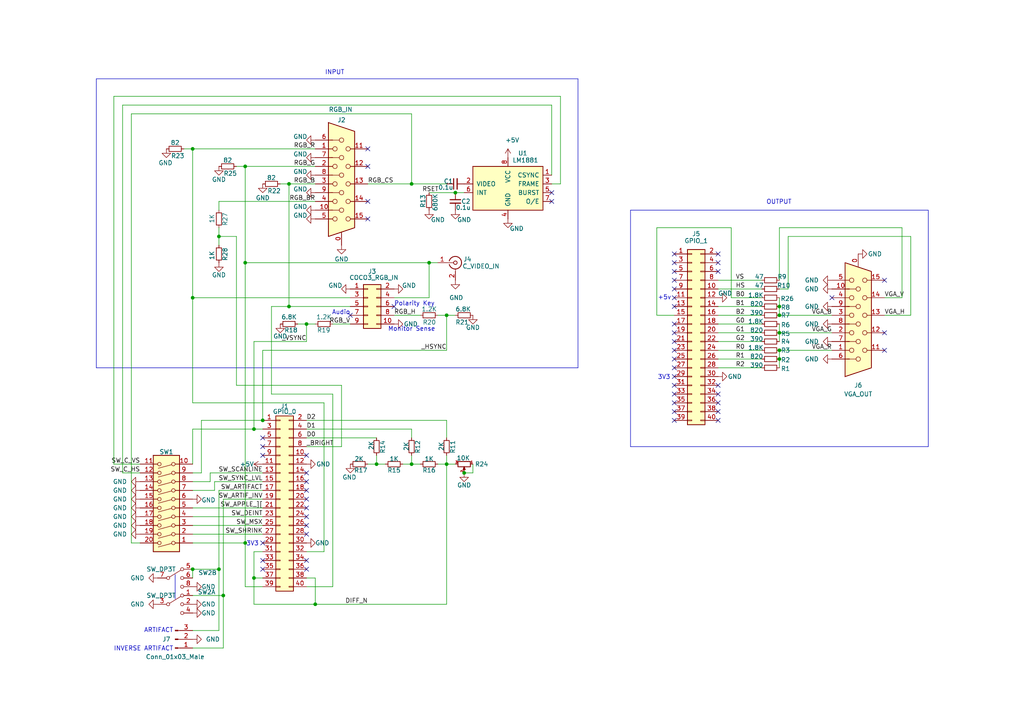
<source format=kicad_sch>
(kicad_sch (version 20230121) (generator eeschema)
  (paper "A4")
  (title_block (title "DE0-NANO RGB2VGA") (date "2024-01-05") (rev "008") (company "Brian K. White - b.kenyon.w@gmail.com") (comment 1 "Original Design by Luis Antoniosi 2014"))
  (lib_symbols
    (symbol "000_LOCAL:+5V" (power) (pin_names (offset 0))
      (property "Value" "+5V" (at 0 3.556 0))
      (symbol "+5V_0_1"
        (polyline (pts (xy -0.762 1.27) (xy 0 2.54)))
        (polyline (pts (xy 0 0) (xy 0 2.54)))
        (polyline (pts (xy 0 2.54) (xy 0.762 1.27)))
      )
      (symbol "+5V_1_1"
        (pin power_in line (at 0 0 90) (length 0) hide (name "+5V") (number "1"))
      )
    )
    (symbol "000_LOCAL:C_Small" (pin_numbers hide) (pin_names (offset 0.254) hide)
      (property "Reference" "C" (at 0.254 1.778 0))
      (property "Value" "C_Small" (at 0.254 -2.032 0))
      (symbol "C_Small_0_1"
        (polyline (pts (xy -1.524 -0.508) (xy 1.524 -0.508)) (stroke (width 0.3302)))
        (polyline (pts (xy -1.524 0.508) (xy 1.524 0.508)) (stroke (width 0.3048)))
      )
      (symbol "C_Small_1_1"
        (pin passive line (at 0 2.54 270) (length 2.032) (name "~") (number "1"))
        (pin passive line (at 0 -2.54 90) (length 2.032) (name "~") (number "2"))
      )
    )
    (symbol "000_LOCAL:Conn_01x03_Male" (pin_names (offset 1.016) hide)
      (property "Reference" "J" (at 0 5.08 0))
      (property "Value" "Conn_01x03_Male" (at 0 -5.08 0))
      (symbol "Conn_01x03_Male_1_1"
        (polyline (pts (xy 1.27 -2.54) (xy 0.8636 -2.54)) (stroke (width 0.1524)))
        (polyline (pts (xy 1.27 0) (xy 0.8636 0)) (stroke (width 0.1524)))
        (polyline (pts (xy 1.27 2.54) (xy 0.8636 2.54)) (stroke (width 0.1524)))
        (rectangle (start 0.8636 -2.413) (end 0 -2.667) (stroke (width 0.1524)) (fill (type outline)))
        (rectangle (start 0.8636 0.127) (end 0 -0.127) (stroke (width 0.1524)) (fill (type outline)))
        (rectangle (start 0.8636 2.667) (end 0 2.413) (stroke (width 0.1524)) (fill (type outline)))
        (pin passive line (at 5.08 2.54 180) (length 3.81) (name "Pin_1") (number "1"))
        (pin passive line (at 5.08 0 180) (length 3.81) (name "Pin_2") (number "2"))
        (pin passive line (at 5.08 -2.54 180) (length 3.81) (name "Pin_3") (number "3"))
      )
    )
    (symbol "000_LOCAL:Conn_02x05_Odd_Even" (pin_names (offset 1.016) hide)
      (property "Reference" "J" (at 1.27 7.62 0))
      (property "Value" "Conn_02x05_Odd_Even" (at 1.27 -7.62 0))
      (symbol "Conn_02x05_Odd_Even_1_1"
        (rectangle (start -1.27 -4.953) (end 0 -5.207) (stroke (width 0.1524)))
        (rectangle (start -1.27 -2.413) (end 0 -2.667) (stroke (width 0.1524)))
        (rectangle (start -1.27 0.127) (end 0 -0.127) (stroke (width 0.1524)))
        (rectangle (start -1.27 2.667) (end 0 2.413) (stroke (width 0.1524)))
        (rectangle (start -1.27 5.207) (end 0 4.953) (stroke (width 0.1524)))
        (rectangle (start -1.27 6.35) (end 3.81 -6.35) (stroke (width 0.254)) (fill (type background)))
        (rectangle (start 3.81 -4.953) (end 2.54 -5.207) (stroke (width 0.1524)))
        (rectangle (start 3.81 -2.413) (end 2.54 -2.667) (stroke (width 0.1524)))
        (rectangle (start 3.81 0.127) (end 2.54 -0.127) (stroke (width 0.1524)))
        (rectangle (start 3.81 2.667) (end 2.54 2.413) (stroke (width 0.1524)))
        (rectangle (start 3.81 5.207) (end 2.54 4.953) (stroke (width 0.1524)))
        (pin passive line (at -5.08 5.08 0) (length 3.81) (name "Pin_1") (number "1"))
        (pin passive line (at 7.62 -5.08 180) (length 3.81) (name "Pin_10") (number "10"))
        (pin passive line (at 7.62 5.08 180) (length 3.81) (name "Pin_2") (number "2"))
        (pin passive line (at -5.08 2.54 0) (length 3.81) (name "Pin_3") (number "3"))
        (pin passive line (at 7.62 2.54 180) (length 3.81) (name "Pin_4") (number "4"))
        (pin passive line (at -5.08 0 0) (length 3.81) (name "Pin_5") (number "5"))
        (pin passive line (at 7.62 0 180) (length 3.81) (name "Pin_6") (number "6"))
        (pin passive line (at -5.08 -2.54 0) (length 3.81) (name "Pin_7") (number "7"))
        (pin passive line (at 7.62 -2.54 180) (length 3.81) (name "Pin_8") (number "8"))
        (pin passive line (at -5.08 -5.08 0) (length 3.81) (name "Pin_9") (number "9"))
      )
    )
    (symbol "000_LOCAL:Conn_02x20_Odd_Even" (pin_names (offset 1.016) hide)
      (property "Reference" "J" (at 1.27 25.4 0))
      (property "Value" "Conn_02x20_Odd_Even" (at 1.27 -27.94 0))
      (symbol "Conn_02x20_Odd_Even_1_1"
        (rectangle (start -1.27 -25.273) (end 0 -25.527) (stroke (width 0.1524)))
        (rectangle (start -1.27 -22.733) (end 0 -22.987) (stroke (width 0.1524)))
        (rectangle (start -1.27 -20.193) (end 0 -20.447) (stroke (width 0.1524)))
        (rectangle (start -1.27 -17.653) (end 0 -17.907) (stroke (width 0.1524)))
        (rectangle (start -1.27 -15.113) (end 0 -15.367) (stroke (width 0.1524)))
        (rectangle (start -1.27 -12.573) (end 0 -12.827) (stroke (width 0.1524)))
        (rectangle (start -1.27 -10.033) (end 0 -10.287) (stroke (width 0.1524)))
        (rectangle (start -1.27 -7.493) (end 0 -7.747) (stroke (width 0.1524)))
        (rectangle (start -1.27 -4.953) (end 0 -5.207) (stroke (width 0.1524)))
        (rectangle (start -1.27 -2.413) (end 0 -2.667) (stroke (width 0.1524)))
        (rectangle (start -1.27 0.127) (end 0 -0.127) (stroke (width 0.1524)))
        (rectangle (start -1.27 2.667) (end 0 2.413) (stroke (width 0.1524)))
        (rectangle (start -1.27 5.207) (end 0 4.953) (stroke (width 0.1524)))
        (rectangle (start -1.27 7.747) (end 0 7.493) (stroke (width 0.1524)))
        (rectangle (start -1.27 10.287) (end 0 10.033) (stroke (width 0.1524)))
        (rectangle (start -1.27 12.827) (end 0 12.573) (stroke (width 0.1524)))
        (rectangle (start -1.27 15.367) (end 0 15.113) (stroke (width 0.1524)))
        (rectangle (start -1.27 17.907) (end 0 17.653) (stroke (width 0.1524)))
        (rectangle (start -1.27 20.447) (end 0 20.193) (stroke (width 0.1524)))
        (rectangle (start -1.27 22.987) (end 0 22.733) (stroke (width 0.1524)))
        (rectangle (start -1.27 24.13) (end 3.81 -26.67) (stroke (width 0.254)) (fill (type background)))
        (rectangle (start 3.81 -25.273) (end 2.54 -25.527) (stroke (width 0.1524)))
        (rectangle (start 3.81 -22.733) (end 2.54 -22.987) (stroke (width 0.1524)))
        (rectangle (start 3.81 -20.193) (end 2.54 -20.447) (stroke (width 0.1524)))
        (rectangle (start 3.81 -17.653) (end 2.54 -17.907) (stroke (width 0.1524)))
        (rectangle (start 3.81 -15.113) (end 2.54 -15.367) (stroke (width 0.1524)))
        (rectangle (start 3.81 -12.573) (end 2.54 -12.827) (stroke (width 0.1524)))
        (rectangle (start 3.81 -10.033) (end 2.54 -10.287) (stroke (width 0.1524)))
        (rectangle (start 3.81 -7.493) (end 2.54 -7.747) (stroke (width 0.1524)))
        (rectangle (start 3.81 -4.953) (end 2.54 -5.207) (stroke (width 0.1524)))
        (rectangle (start 3.81 -2.413) (end 2.54 -2.667) (stroke (width 0.1524)))
        (rectangle (start 3.81 0.127) (end 2.54 -0.127) (stroke (width 0.1524)))
        (rectangle (start 3.81 2.667) (end 2.54 2.413) (stroke (width 0.1524)))
        (rectangle (start 3.81 5.207) (end 2.54 4.953) (stroke (width 0.1524)))
        (rectangle (start 3.81 7.747) (end 2.54 7.493) (stroke (width 0.1524)))
        (rectangle (start 3.81 10.287) (end 2.54 10.033) (stroke (width 0.1524)))
        (rectangle (start 3.81 12.827) (end 2.54 12.573) (stroke (width 0.1524)))
        (rectangle (start 3.81 15.367) (end 2.54 15.113) (stroke (width 0.1524)))
        (rectangle (start 3.81 17.907) (end 2.54 17.653) (stroke (width 0.1524)))
        (rectangle (start 3.81 20.447) (end 2.54 20.193) (stroke (width 0.1524)))
        (rectangle (start 3.81 22.987) (end 2.54 22.733) (stroke (width 0.1524)))
        (pin passive line (at -5.08 22.86 0) (length 3.81) (name "Pin_1") (number "1"))
        (pin passive line (at 7.62 12.7 180) (length 3.81) (name "Pin_10") (number "10"))
        (pin passive line (at -5.08 10.16 0) (length 3.81) (name "Pin_11") (number "11"))
        (pin passive line (at 7.62 10.16 180) (length 3.81) (name "Pin_12") (number "12"))
        (pin passive line (at -5.08 7.62 0) (length 3.81) (name "Pin_13") (number "13"))
        (pin passive line (at 7.62 7.62 180) (length 3.81) (name "Pin_14") (number "14"))
        (pin passive line (at -5.08 5.08 0) (length 3.81) (name "Pin_15") (number "15"))
        (pin passive line (at 7.62 5.08 180) (length 3.81) (name "Pin_16") (number "16"))
        (pin passive line (at -5.08 2.54 0) (length 3.81) (name "Pin_17") (number "17"))
        (pin passive line (at 7.62 2.54 180) (length 3.81) (name "Pin_18") (number "18"))
        (pin passive line (at -5.08 0 0) (length 3.81) (name "Pin_19") (number "19"))
        (pin passive line (at 7.62 22.86 180) (length 3.81) (name "Pin_2") (number "2"))
        (pin passive line (at 7.62 0 180) (length 3.81) (name "Pin_20") (number "20"))
        (pin passive line (at -5.08 -2.54 0) (length 3.81) (name "Pin_21") (number "21"))
        (pin passive line (at 7.62 -2.54 180) (length 3.81) (name "Pin_22") (number "22"))
        (pin passive line (at -5.08 -5.08 0) (length 3.81) (name "Pin_23") (number "23"))
        (pin passive line (at 7.62 -5.08 180) (length 3.81) (name "Pin_24") (number "24"))
        (pin passive line (at -5.08 -7.62 0) (length 3.81) (name "Pin_25") (number "25"))
        (pin passive line (at 7.62 -7.62 180) (length 3.81) (name "Pin_26") (number "26"))
        (pin passive line (at -5.08 -10.16 0) (length 3.81) (name "Pin_27") (number "27"))
        (pin passive line (at 7.62 -10.16 180) (length 3.81) (name "Pin_28") (number "28"))
        (pin passive line (at -5.08 -12.7 0) (length 3.81) (name "Pin_29") (number "29"))
        (pin passive line (at -5.08 20.32 0) (length 3.81) (name "Pin_3") (number "3"))
        (pin passive line (at 7.62 -12.7 180) (length 3.81) (name "Pin_30") (number "30"))
        (pin passive line (at -5.08 -15.24 0) (length 3.81) (name "Pin_31") (number "31"))
        (pin passive line (at 7.62 -15.24 180) (length 3.81) (name "Pin_32") (number "32"))
        (pin passive line (at -5.08 -17.78 0) (length 3.81) (name "Pin_33") (number "33"))
        (pin passive line (at 7.62 -17.78 180) (length 3.81) (name "Pin_34") (number "34"))
        (pin passive line (at -5.08 -20.32 0) (length 3.81) (name "Pin_35") (number "35"))
        (pin passive line (at 7.62 -20.32 180) (length 3.81) (name "Pin_36") (number "36"))
        (pin passive line (at -5.08 -22.86 0) (length 3.81) (name "Pin_37") (number "37"))
        (pin passive line (at 7.62 -22.86 180) (length 3.81) (name "Pin_38") (number "38"))
        (pin passive line (at -5.08 -25.4 0) (length 3.81) (name "Pin_39") (number "39"))
        (pin passive line (at 7.62 20.32 180) (length 3.81) (name "Pin_4") (number "4"))
        (pin passive line (at 7.62 -25.4 180) (length 3.81) (name "Pin_40") (number "40"))
        (pin passive line (at -5.08 17.78 0) (length 3.81) (name "Pin_5") (number "5"))
        (pin passive line (at 7.62 17.78 180) (length 3.81) (name "Pin_6") (number "6"))
        (pin passive line (at -5.08 15.24 0) (length 3.81) (name "Pin_7") (number "7"))
        (pin passive line (at 7.62 15.24 180) (length 3.81) (name "Pin_8") (number "8"))
        (pin passive line (at -5.08 12.7 0) (length 3.81) (name "Pin_9") (number "9"))
      )
    )
    (symbol "000_LOCAL:Conn_Coaxial" (pin_names (offset 1.016) hide)
      (property "Reference" "J" (at 0.254 3.048 0))
      (property "Value" "Conn_Coaxial" (at 2.921 0 90))
      (symbol "Conn_Coaxial_0_1"
        (arc (start -1.778 -0.508) (mid 0.2311 -1.8066) (end 1.778 0) (stroke (width 0.254)))
        (polyline (pts (xy -2.54 0) (xy -0.508 0)))
        (polyline (pts (xy 0 -2.54) (xy 0 -1.778)))
        (circle (center 0 0) (radius 0.508) (stroke (width 0.2032)))
        (arc (start 1.778 0) (mid 0.2099 1.8101) (end -1.778 0.508) (stroke (width 0.254)))
      )
      (symbol "Conn_Coaxial_1_1"
        (pin passive line (at -5.08 0 0) (length 2.54) (name "In") (number "1"))
        (pin passive line (at 0 -5.08 90) (length 2.54) (name "Ext") (number "2"))
      )
    )
    (symbol "000_LOCAL:DB15_Female_HighDensity_MountingHoles" (pin_names (offset 1.016) hide)
      (property "Reference" "J" (at 0 21.59 0))
      (property "Value" "DB15_Female_HighDensity_MountingHoles" (at 0 19.05 0))
      (symbol "DB15_Female_HighDensity_MountingHoles_0_1"
        (circle (center -1.905 -10.16) (radius 0.635))
        (circle (center -1.905 -5.08) (radius 0.635))
        (circle (center -1.905 0) (radius 0.635))
        (circle (center -1.905 5.08) (radius 0.635))
        (circle (center -1.905 10.16) (radius 0.635))
        (circle (center 0 -7.62) (radius 0.635))
        (circle (center 0 -2.54) (radius 0.635))
        (polyline (pts (xy -3.175 7.62) (xy -0.635 7.62)))
        (polyline (pts (xy -0.635 -7.62) (xy -3.175 -7.62)))
        (polyline (pts (xy -0.635 -2.54) (xy -3.175 -2.54)))
        (polyline (pts (xy -0.635 2.54) (xy -3.175 2.54)))
        (polyline (pts (xy -0.635 12.7) (xy -3.175 12.7)))
        (polyline (pts (xy -3.81 17.78) (xy -3.81 -15.24) (xy 3.81 -12.7) (xy 3.81 15.24) (xy -3.81 17.78)) (stroke (width 0.254)) (fill (type background)))
        (circle (center 0 2.54) (radius 0.635))
        (circle (center 0 7.62) (radius 0.635))
        (circle (center 0 12.7) (radius 0.635))
        (circle (center 1.905 -10.16) (radius 0.635))
        (circle (center 1.905 -5.08) (radius 0.635))
        (circle (center 1.905 0) (radius 0.635))
        (circle (center 1.905 5.08) (radius 0.635))
        (circle (center 1.905 10.16) (radius 0.635))
      )
      (symbol "DB15_Female_HighDensity_MountingHoles_1_1"
        (pin passive line (at 0 -17.78 90) (length 3.81) (name "~") (number "0"))
        (pin passive line (at -7.62 10.16 0) (length 5.08) (name "~") (number "1"))
        (pin passive line (at -7.62 -7.62 0) (length 5.08) (name "~") (number "10"))
        (pin passive line (at 7.62 10.16 180) (length 5.08) (name "~") (number "11"))
        (pin passive line (at 7.62 5.08 180) (length 5.08) (name "~") (number "12"))
        (pin passive line (at 7.62 0 180) (length 5.08) (name "~") (number "13"))
        (pin passive line (at 7.62 -5.08 180) (length 5.08) (name "~") (number "14"))
        (pin passive line (at 7.62 -10.16 180) (length 5.08) (name "~") (number "15"))
        (pin passive line (at -7.62 5.08 0) (length 5.08) (name "~") (number "2"))
        (pin passive line (at -7.62 0 0) (length 5.08) (name "~") (number "3"))
        (pin passive line (at -7.62 -5.08 0) (length 5.08) (name "~") (number "4"))
        (pin passive line (at -7.62 -10.16 0) (length 5.08) (name "~") (number "5"))
        (pin passive line (at -7.62 12.7 0) (length 5.08) (name "~") (number "6"))
        (pin passive line (at -7.62 7.62 0) (length 5.08) (name "~") (number "7"))
        (pin passive line (at -7.62 2.54 0) (length 5.08) (name "~") (number "8"))
        (pin passive line (at -7.62 -2.54 0) (length 5.08) (name "~") (number "9"))
      )
    )
    (symbol "000_LOCAL:GND" (power) (pin_names (offset 0))
      (property "Value" "GND" (at 0 -3.81 0))
      (symbol "GND_0_1"
        (polyline (pts (xy 0 0) (xy 0 -1.27) (xy 1.27 -1.27) (xy 0 -2.54) (xy -1.27 -1.27) (xy 0 -1.27)))
      )
      (symbol "GND_1_1"
        (pin power_in line (at 0 0 270) (length 0) hide (name "GND") (number "1"))
      )
    )
    (symbol "000_LOCAL:LM1881" (pin_names (offset 1.016))
      (property "Reference" "U" (at -8.89 8.89 0))
      (property "Value" "LM1881" (at 6.35 8.89 0))
      (symbol "LM1881_0_1"
        (rectangle (start -10.16 7.62) (end 10.16 -5.08) (stroke (width 0.254)) (fill (type background)))
      )
      (symbol "LM1881_1_1"
        (pin output line (at 12.7 5.08 180) (length 2.54) (name "CSYNC") (number "1"))
        (pin input line (at -12.7 2.54 0) (length 2.54) (name "VIDEO") (number "2"))
        (pin output line (at 12.7 2.54 180) (length 2.54) (name "FRAME") (number "3"))
        (pin power_in line (at 0 -7.62 90) (length 2.54) (name "GND") (number "4"))
        (pin output line (at 12.7 0 180) (length 2.54) (name "BURST") (number "5"))
        (pin input line (at -12.7 0 0) (length 2.54) (name "INT") (number "6"))
        (pin output line (at 12.7 -2.54 180) (length 2.54) (name "O/E") (number "7"))
        (pin power_in line (at 0 10.16 270) (length 2.54) (name "VCC") (number "8"))
      )
    )
    (symbol "000_LOCAL:R_POT_Small" (pin_names (offset 1.016) hide)
      (property "Reference" "RV" (at -4.445 0 90))
      (property "Value" "R_POT_Small" (at -2.54 0 90))
      (symbol "R_POT_Small_0_1"
        (polyline (pts (xy 0.889 0) (xy 0.635 0) (xy 1.651 0.381) (xy 1.651 -0.381) (xy 0.635 0) (xy 0.889 0)) (fill (type outline)))
        (rectangle (start 0.762 1.8034) (end -0.762 -1.8034) (stroke (width 0.254)))
      )
      (symbol "R_POT_Small_1_1"
        (pin passive line (at 0 2.54 270) (length 0.635) (name "1") (number "1"))
        (pin passive line (at 2.54 0 180) (length 0.9906) (name "2") (number "2"))
        (pin passive line (at 0 -2.54 90) (length 0.635) (name "3") (number "3"))
      )
    )
    (symbol "000_LOCAL:R_Small" (pin_numbers hide) (pin_names (offset 0.254) hide)
      (property "Reference" "R" (at 0.762 0.508 0))
      (property "Value" "R_Small" (at 0.762 -1.016 0))
      (symbol "R_Small_0_1"
        (rectangle (start -0.762 1.778) (end 0.762 -1.778) (stroke (width 0.2032)))
      )
      (symbol "R_Small_1_1"
        (pin passive line (at 0 2.54 270) (length 0.762) (name "~") (number "1"))
        (pin passive line (at 0 -2.54 90) (length 0.762) (name "~") (number "2"))
      )
    )
    (symbol "000_LOCAL:SW_DIP_x10" (pin_names (offset 0) hide)
      (property "Reference" "SW" (at 0 16.51 0))
      (property "Value" "SW_DIP_x10" (at 0 -13.97 0))
      (symbol "SW_DIP_x10_0_0"
        (circle (center -2.032 -10.16) (radius 0.508))
        (circle (center -2.032 -7.62) (radius 0.508))
        (circle (center -2.032 -5.08) (radius 0.508))
        (circle (center -2.032 -2.54) (radius 0.508))
        (circle (center -2.032 0) (radius 0.508))
        (circle (center -2.032 2.54) (radius 0.508))
        (circle (center -2.032 5.08) (radius 0.508))
        (circle (center -2.032 7.62) (radius 0.508))
        (circle (center -2.032 10.16) (radius 0.508))
        (circle (center -2.032 12.7) (radius 0.508))
        (polyline (pts (xy -1.524 -10.0076) (xy 2.3622 -8.9662)))
        (polyline (pts (xy -1.524 -7.4676) (xy 2.3622 -6.4262)))
        (polyline (pts (xy -1.524 -4.9276) (xy 2.3622 -3.8862)))
        (polyline (pts (xy -1.524 -2.3876) (xy 2.3622 -1.3462)))
        (polyline (pts (xy -1.524 0.127) (xy 2.3622 1.1684)))
        (polyline (pts (xy -1.524 2.667) (xy 2.3622 3.7084)))
        (polyline (pts (xy -1.524 5.207) (xy 2.3622 6.2484)))
        (polyline (pts (xy -1.524 7.747) (xy 2.3622 8.7884)))
        (polyline (pts (xy -1.524 10.287) (xy 2.3622 11.3284)))
        (polyline (pts (xy -1.524 12.827) (xy 2.3622 13.8684)))
        (circle (center 2.032 -10.16) (radius 0.508))
        (circle (center 2.032 -7.62) (radius 0.508))
        (circle (center 2.032 -5.08) (radius 0.508))
        (circle (center 2.032 -2.54) (radius 0.508))
        (circle (center 2.032 0) (radius 0.508))
        (circle (center 2.032 2.54) (radius 0.508))
        (circle (center 2.032 5.08) (radius 0.508))
        (circle (center 2.032 7.62) (radius 0.508))
        (circle (center 2.032 10.16) (radius 0.508))
        (circle (center 2.032 12.7) (radius 0.508))
      )
      (symbol "SW_DIP_x10_0_1"
        (rectangle (start -3.81 15.24) (end 3.81 -12.7) (stroke (width 0.254)) (fill (type background)))
      )
      (symbol "SW_DIP_x10_1_1"
        (pin passive line (at -7.62 12.7 0) (length 5.08) (name "~") (number "1"))
        (pin passive line (at -7.62 -10.16 0) (length 5.08) (name "~") (number "10"))
        (pin passive line (at 7.62 -10.16 180) (length 5.08) (name "~") (number "11"))
        (pin passive line (at 7.62 -7.62 180) (length 5.08) (name "~") (number "12"))
        (pin passive line (at 7.62 -5.08 180) (length 5.08) (name "~") (number "13"))
        (pin passive line (at 7.62 -2.54 180) (length 5.08) (name "~") (number "14"))
        (pin passive line (at 7.62 0 180) (length 5.08) (name "~") (number "15"))
        (pin passive line (at 7.62 2.54 180) (length 5.08) (name "~") (number "16"))
        (pin passive line (at 7.62 5.08 180) (length 5.08) (name "~") (number "17"))
        (pin passive line (at 7.62 7.62 180) (length 5.08) (name "~") (number "18"))
        (pin passive line (at 7.62 10.16 180) (length 5.08) (name "~") (number "19"))
        (pin passive line (at -7.62 10.16 0) (length 5.08) (name "~") (number "2"))
        (pin passive line (at 7.62 12.7 180) (length 5.08) (name "~") (number "20"))
        (pin passive line (at -7.62 7.62 0) (length 5.08) (name "~") (number "3"))
        (pin passive line (at -7.62 5.08 0) (length 5.08) (name "~") (number "4"))
        (pin passive line (at -7.62 2.54 0) (length 5.08) (name "~") (number "5"))
        (pin passive line (at -7.62 0 0) (length 5.08) (name "~") (number "6"))
        (pin passive line (at -7.62 -2.54 0) (length 5.08) (name "~") (number "7"))
        (pin passive line (at -7.62 -5.08 0) (length 5.08) (name "~") (number "8"))
        (pin passive line (at -7.62 -7.62 0) (length 5.08) (name "~") (number "9"))
      )
    )
    (symbol "000_LOCAL:SW_DP3T" (pin_names (offset 0) hide)
      (property "Reference" "SW" (at 0 5.08 0))
      (property "Value" "SW_DP3T" (at 0 -5.08 0))
      (symbol "SW_DP3T_0_1"
        (circle (center -2.032 0) (radius 0.4572))
        (polyline (pts (xy -1.651 0.254) (xy 1.651 2.286)))
        (circle (center 2.032 -2.54) (radius 0.4572))
        (circle (center 2.032 0) (radius 0.4572))
        (circle (center 2.032 2.54) (radius 0.4572))
      )
      (symbol "SW_DP3T_1_1"
        (pin passive line (at 5.08 2.54 180) (length 2.54) (name "1") (number "1"))
        (pin passive line (at 5.08 0 180) (length 2.54) (name "2") (number "2"))
        (pin passive line (at -5.08 0 0) (length 2.54) (name "3") (number "3"))
        (pin passive line (at 5.08 -2.54 180) (length 2.54) (name "4") (number "4"))
      )
      (symbol "SW_DP3T_2_1"
        (pin passive line (at 5.08 2.54 180) (length 2.54) (name "5") (number "5"))
        (pin passive line (at 5.08 0 180) (length 2.54) (name "6") (number "6"))
        (pin passive line (at -5.08 0 0) (length 2.54) (name "7") (number "7"))
        (pin passive line (at 5.08 -2.54 180) (length 2.54) (name "8") (number "8"))
      )
    )
  )
  (junction (at 73.66 167.64))
  (junction (at 83.82 53.34))
  (junction (at 134.62 137.16))
  (junction (at 71.12 157.48))
  (junction (at 129.54 134.62))
  (junction (at 132.08 55.88))
  (junction (at 64.77 172.72))
  (junction (at 55.88 86.36))
  (junction (at 226.06 91.44))
  (junction (at 91.44 175.26))
  (junction (at 73.66 124.46))
  (junction (at 129.54 91.44))
  (junction (at 119.38 53.34))
  (junction (at 63.5 68.58))
  (junction (at 76.2 121.92))
  (junction (at 226.06 88.9))
  (junction (at 83.82 88.9))
  (junction (at 124.46 76.2))
  (junction (at 55.88 165.1))
  (junction (at 226.06 96.52))
  (junction (at 226.06 104.14))
  (junction (at 55.88 43.18))
  (junction (at 63.5 165.1))
  (junction (at 71.12 48.26))
  (junction (at 88.9 93.98))
  (junction (at 226.06 101.6))
  (junction (at 71.12 76.2))
  (junction (at 109.22 134.62))
  (junction (at 119.38 134.62))
  (no_connect (at 88.9 165.1))
  (no_connect (at 195.58 106.68))
  (no_connect (at 208.28 73.66))
  (no_connect (at 256.54 81.28))
  (no_connect (at 208.28 78.74))
  (no_connect (at 160.02 58.42))
  (no_connect (at 76.2 157.48))
  (no_connect (at 88.9 132.08))
  (no_connect (at 208.28 76.2))
  (no_connect (at 195.58 86.36))
  (no_connect (at 76.2 127))
  (no_connect (at 195.58 93.98))
  (no_connect (at 195.58 96.52))
  (no_connect (at 195.58 99.06))
  (no_connect (at 195.58 109.22))
  (no_connect (at 195.58 88.9))
  (no_connect (at 195.58 73.66))
  (no_connect (at 101.6 91.44))
  (no_connect (at 195.58 114.3))
  (no_connect (at 76.2 165.1))
  (no_connect (at 88.9 139.7))
  (no_connect (at 208.28 111.76))
  (no_connect (at 256.54 101.6))
  (no_connect (at 88.9 154.94))
  (no_connect (at 106.68 43.18))
  (no_connect (at 106.68 58.42))
  (no_connect (at 114.3 88.9))
  (no_connect (at 208.28 121.92))
  (no_connect (at 208.28 119.38))
  (no_connect (at 88.9 149.86))
  (no_connect (at 195.58 78.74))
  (no_connect (at 195.58 121.92))
  (no_connect (at 208.28 114.3))
  (no_connect (at 195.58 104.14))
  (no_connect (at 195.58 111.76))
  (no_connect (at 88.9 137.16))
  (no_connect (at 106.68 63.5))
  (no_connect (at 195.58 119.38))
  (no_connect (at 256.54 96.52))
  (no_connect (at 88.9 142.24))
  (no_connect (at 195.58 76.2))
  (no_connect (at 76.2 129.54))
  (no_connect (at 106.68 48.26))
  (no_connect (at 88.9 162.56))
  (no_connect (at 76.2 132.08))
  (no_connect (at 195.58 83.82))
  (no_connect (at 195.58 81.28))
  (no_connect (at 76.2 162.56))
  (no_connect (at 195.58 116.84))
  (no_connect (at 208.28 116.84))
  (no_connect (at 88.9 144.78))
  (no_connect (at 160.02 55.88))
  (no_connect (at 241.3 86.36))
  (no_connect (at 88.9 147.32))
  (no_connect (at 88.9 152.4))
  (no_connect (at 195.58 101.6))
  (wire (pts (xy 129.54 91.44) (xy 129.54 101.6)))
  (wire (pts (xy 55.88 137.16) (xy 58.42 137.16)))
  (wire (pts (xy 132.08 55.88) (xy 134.62 55.88)))
  (polyline (pts (xy 182.88 60.96) (xy 269.24 60.96)))
  (wire (pts (xy 119.38 53.34) (xy 106.68 53.34)))
  (wire (pts (xy 88.9 93.98) (xy 91.44 93.98)))
  (wire (pts (xy 76.2 121.92) (xy 76.2 101.6)))
  (wire (pts (xy 58.42 137.16) (xy 58.42 121.92)))
  (wire (pts (xy 86.36 93.98) (xy 88.9 93.98)))
  (wire (pts (xy 55.88 116.84) (xy 93.98 116.84)))
  (wire (pts (xy 88.9 160.02) (xy 93.98 160.02)))
  (wire (pts (xy 91.44 175.26) (xy 129.54 175.26)))
  (wire (pts (xy 119.38 132.08) (xy 119.38 134.62)))
  (polyline (pts (xy 50.8 173.736) (xy 50.8 166.624)))
  (polyline (pts (xy 269.24 60.96) (xy 269.24 129.54)))
  (wire (pts (xy 63.5 66.04) (xy 63.5 68.58)))
  (wire (pts (xy 68.58 48.26) (xy 71.12 48.26)))
  (wire (pts (xy 83.82 88.9) (xy 101.6 88.9)))
  (wire (pts (xy 71.12 76.2) (xy 124.46 76.2)))
  (wire (pts (xy 119.38 127) (xy 119.38 124.46)))
  (wire (pts (xy 71.12 48.26) (xy 91.44 48.26)))
  (wire (pts (xy 208.28 104.14) (xy 220.98 104.14)))
  (wire (pts (xy 55.88 139.7) (xy 60.96 139.7)))
  (wire (pts (xy 124.46 55.88) (xy 132.08 55.88)))
  (wire (pts (xy 220.98 86.36) (xy 212.09 86.36)))
  (wire (pts (xy 137.16 137.16) (xy 137.16 134.62)))
  (wire (pts (xy 78.74 114.3) (xy 96.52 114.3)))
  (wire (pts (xy 63.5 182.88) (xy 55.88 182.88)))
  (wire (pts (xy 63.5 142.24) (xy 63.5 165.1)))
  (wire (pts (xy 220.98 101.6) (xy 208.28 101.6)))
  (wire (pts (xy 116.84 134.62) (xy 119.38 134.62)))
  (wire (pts (xy 208.28 93.98) (xy 220.98 93.98)))
  (wire (pts (xy 83.82 53.34) (xy 91.44 53.34)))
  (wire (pts (xy 208.28 81.28) (xy 220.98 81.28)))
  (wire (pts (xy 129.54 134.62) (xy 129.54 175.26)))
  (wire (pts (xy 208.28 88.9) (xy 220.98 88.9)))
  (wire (pts (xy 129.54 132.08) (xy 129.54 134.62)))
  (wire (pts (xy 190.5 91.44) (xy 195.58 91.44)))
  (wire (pts (xy 76.2 121.92) (xy 58.42 121.92)))
  (wire (pts (xy 226.06 88.9) (xy 226.06 91.44)))
  (wire (pts (xy 190.5 66.04) (xy 212.09 66.04)))
  (wire (pts (xy 60.96 137.16) (xy 76.2 137.16)))
  (wire (pts (xy 190.5 66.04) (xy 190.5 91.44)))
  (wire (pts (xy 73.66 124.46) (xy 73.66 99.06)))
  (wire (pts (xy 40.64 134.62) (xy 33.02 134.62)))
  (wire (pts (xy 119.38 33.02) (xy 119.38 53.34)))
  (wire (pts (xy 129.54 91.44) (xy 132.08 91.44)))
  (wire (pts (xy 76.2 101.6) (xy 129.54 101.6)))
  (wire (pts (xy 134.62 137.16) (xy 137.16 137.16)))
  (wire (pts (xy 68.58 111.76) (xy 99.06 111.76)))
  (wire (pts (xy 226.06 104.14) (xy 226.06 101.6)))
  (wire (pts (xy 226.06 88.9) (xy 226.06 86.36)))
  (wire (pts (xy 83.82 88.9) (xy 78.74 88.9)))
  (wire (pts (xy 76.2 142.24) (xy 63.5 142.24)))
  (wire (pts (xy 71.12 170.18) (xy 76.2 170.18)))
  (wire (pts (xy 226.06 96.52) (xy 226.06 93.98)))
  (wire (pts (xy 62.23 139.7) (xy 76.2 139.7)))
  (wire (pts (xy 226.06 106.68) (xy 226.06 104.14)))
  (wire (pts (xy 226.06 66.04) (xy 261.62 66.04)))
  (wire (pts (xy 35.56 30.48) (xy 35.56 137.16)))
  (wire (pts (xy 264.16 91.44) (xy 264.16 68.58)))
  (wire (pts (xy 96.52 170.18) (xy 88.9 170.18)))
  (wire (pts (xy 60.96 139.7) (xy 60.96 137.16)))
  (wire (pts (xy 55.88 157.48) (xy 71.12 157.48)))
  (wire (pts (xy 64.77 172.72) (xy 64.77 187.96)))
  (wire (pts (xy 38.1 33.02) (xy 38.1 157.48)))
  (wire (pts (xy 228.6 68.58) (xy 264.16 68.58)))
  (wire (pts (xy 53.34 43.18) (xy 55.88 43.18)))
  (wire (pts (xy 55.88 86.36) (xy 101.6 86.36)))
  (polyline (pts (xy 27.94 106.68) (xy 27.94 22.86)))
  (wire (pts (xy 162.56 53.34) (xy 160.02 53.34)))
  (wire (pts (xy 63.5 68.58) (xy 63.5 71.12)))
  (wire (pts (xy 96.52 93.98) (xy 101.6 93.98)))
  (wire (pts (xy 33.02 27.94) (xy 162.56 27.94)))
  (wire (pts (xy 62.23 142.24) (xy 62.23 139.7)))
  (wire (pts (xy 127 134.62) (xy 129.54 134.62)))
  (wire (pts (xy 73.66 167.64) (xy 73.66 160.02)))
  (wire (pts (xy 88.9 124.46) (xy 119.38 124.46)))
  (wire (pts (xy 88.9 93.98) (xy 88.9 99.06)))
  (wire (pts (xy 226.06 66.04) (xy 226.06 81.28)))
  (wire (pts (xy 109.22 132.08) (xy 109.22 134.62)))
  (wire (pts (xy 114.3 86.36) (xy 124.46 86.36)))
  (polyline (pts (xy 167.64 22.86) (xy 167.64 106.68)))
  (wire (pts (xy 73.66 167.64) (xy 73.66 175.26)))
  (wire (pts (xy 78.74 88.9) (xy 78.74 114.3)))
  (wire (pts (xy 88.9 167.64) (xy 91.44 167.64)))
  (wire (pts (xy 106.68 134.62) (xy 109.22 134.62)))
  (wire (pts (xy 55.88 172.72) (xy 64.77 172.72)))
  (wire (pts (xy 40.64 137.16) (xy 35.56 137.16)))
  (wire (pts (xy 55.88 167.64) (xy 55.88 165.1)))
  (wire (pts (xy 226.06 99.06) (xy 226.06 96.52)))
  (wire (pts (xy 228.6 83.82) (xy 226.06 83.82)))
  (wire (pts (xy 88.9 121.92) (xy 129.54 121.92)))
  (wire (pts (xy 129.54 127) (xy 129.54 121.92)))
  (wire (pts (xy 124.46 76.2) (xy 127 76.2)))
  (wire (pts (xy 63.5 58.42) (xy 91.44 58.42)))
  (wire (pts (xy 261.62 86.36) (xy 256.54 86.36)))
  (wire (pts (xy 208.28 96.52) (xy 220.98 96.52)))
  (wire (pts (xy 160.02 50.8) (xy 160.02 30.48)))
  (wire (pts (xy 93.98 160.02) (xy 93.98 116.84)))
  (wire (pts (xy 99.06 129.54) (xy 99.06 111.76)))
  (polyline (pts (xy 27.94 22.86) (xy 167.64 22.86)))
  (wire (pts (xy 129.54 134.62) (xy 132.08 134.62)))
  (wire (pts (xy 73.66 160.02) (xy 76.2 160.02)))
  (wire (pts (xy 40.64 157.48) (xy 38.1 157.48)))
  (wire (pts (xy 55.88 116.84) (xy 55.88 86.36)))
  (wire (pts (xy 76.2 149.86) (xy 55.88 149.86)))
  (wire (pts (xy 38.1 33.02) (xy 119.38 33.02)))
  (wire (pts (xy 76.2 167.64) (xy 73.66 167.64)))
  (wire (pts (xy 208.28 83.82) (xy 220.98 83.82)))
  (wire (pts (xy 76.2 124.46) (xy 73.66 124.46)))
  (wire (pts (xy 96.52 114.3) (xy 96.52 170.18)))
  (wire (pts (xy 68.58 111.76) (xy 68.58 68.58)))
  (wire (pts (xy 63.5 68.58) (xy 68.58 68.58)))
  (wire (pts (xy 208.28 106.68) (xy 220.98 106.68)))
  (wire (pts (xy 81.28 53.34) (xy 83.82 53.34)))
  (wire (pts (xy 88.9 127) (xy 109.22 127)))
  (wire (pts (xy 91.44 167.64) (xy 91.44 175.26)))
  (polyline (pts (xy 182.88 129.54) (xy 182.88 60.96)))
  (wire (pts (xy 226.06 91.44) (xy 241.3 91.44)))
  (wire (pts (xy 73.66 99.06) (xy 88.9 99.06)))
  (wire (pts (xy 124.46 76.2) (xy 124.46 86.36)))
  (wire (pts (xy 226.06 101.6) (xy 241.3 101.6)))
  (wire (pts (xy 212.09 66.04) (xy 212.09 86.36)))
  (wire (pts (xy 33.02 27.94) (xy 33.02 134.62)))
  (wire (pts (xy 76.2 144.78) (xy 64.77 144.78)))
  (wire (pts (xy 83.82 53.34) (xy 83.82 88.9)))
  (wire (pts (xy 256.54 91.44) (xy 264.16 91.44)))
  (wire (pts (xy 63.5 165.1) (xy 63.5 182.88)))
  (wire (pts (xy 228.6 68.58) (xy 228.6 83.82)))
  (wire (pts (xy 129.54 53.34) (xy 119.38 53.34)))
  (wire (pts (xy 226.06 96.52) (xy 241.3 96.52)))
  (polyline (pts (xy 167.64 106.68) (xy 27.94 106.68)))
  (wire (pts (xy 63.5 58.42) (xy 63.5 60.96)))
  (wire (pts (xy 55.88 147.32) (xy 76.2 147.32)))
  (wire (pts (xy 111.76 134.62) (xy 109.22 134.62)))
  (wire (pts (xy 71.12 157.48) (xy 71.12 76.2)))
  (wire (pts (xy 261.62 86.36) (xy 261.62 66.04)))
  (wire (pts (xy 64.77 144.78) (xy 64.77 172.72)))
  (polyline (pts (xy 182.88 129.54) (xy 269.24 129.54)))
  (wire (pts (xy 119.38 134.62) (xy 121.92 134.62)))
  (wire (pts (xy 73.66 175.26) (xy 91.44 175.26)))
  (wire (pts (xy 64.77 187.96) (xy 55.88 187.96)))
  (wire (pts (xy 71.12 170.18) (xy 71.12 157.48)))
  (wire (pts (xy 55.88 124.46) (xy 73.66 124.46)))
  (wire (pts (xy 55.88 134.62) (xy 55.88 124.46)))
  (wire (pts (xy 35.56 30.48) (xy 160.02 30.48)))
  (wire (pts (xy 55.88 43.18) (xy 91.44 43.18)))
  (wire (pts (xy 55.88 142.24) (xy 62.23 142.24)))
  (wire (pts (xy 55.88 165.1) (xy 63.5 165.1)))
  (wire (pts (xy 88.9 129.54) (xy 99.06 129.54)))
  (wire (pts (xy 208.28 91.44) (xy 220.98 91.44)))
  (wire (pts (xy 76.2 154.94) (xy 55.88 154.94)))
  (wire (pts (xy 162.56 27.94) (xy 162.56 53.34)))
  (wire (pts (xy 127 91.44) (xy 129.54 91.44)))
  (wire (pts (xy 55.88 43.18) (xy 55.88 86.36)))
  (wire (pts (xy 208.28 99.06) (xy 220.98 99.06)))
  (wire (pts (xy 114.3 91.44) (xy 121.92 91.44)))
  (wire (pts (xy 76.2 152.4) (xy 55.88 152.4)))
  (wire (pts (xy 71.12 48.26) (xy 71.12 76.2)))
  (text "Audio" (at 101.6 91.44 0) (effects (font (size 1.27 1.27)) (justify right bottom)))
  (text "3V3" (at 71.374 158.496 0) (effects (font (size 1.27 1.27)) (justify left bottom)))
  (text "ARTIFACT" (at 50.292 183.642 0) (effects (font (size 1.27 1.27)) (justify right bottom)))
  (text "INPUT" (at 94.234 21.844 0) (effects (font (size 1.27 1.27)) (justify left bottom)))
  (text "OUTPUT" (at 222.25 59.436 0) (effects (font (size 1.27 1.27)) (justify left bottom)))
  (text "3V3" (at 190.754 110.236 0) (effects (font (size 1.27 1.27)) (justify left bottom)))
  (text "Monitor Sense" (at 112.522 96.266 0) (effects (font (size 1.27 1.27)) (justify left bottom)))
  (text "+5v" (at 190.754 87.122 0) (effects (font (size 1.27 1.27)) (justify left bottom)))
  (text "Polarity Key" (at 114.3 88.9 0) (effects (font (size 1.27 1.27)) (justify left bottom)))
  (text "INVERSE ARTIFACT" (at 50.292 188.976 0) (effects (font (size 1.27 1.27)) (justify right bottom)))
  (label "B1" (at 213.36 88.9 0))
  (label "RGB_R" (at 91.44 43.18 180))
  (label "_HSYNC" (at 129.54 101.6 180))
  (label "D2" (at 88.9 121.92 0))
  (label "D1" (at 88.9 124.46 0))
  (label "RGB_B" (at 91.44 53.34 180))
  (label "SW_APPLE_][" (at 76.2 147.32 180))
  (label "SW_DEINT" (at 76.2 149.86 180))
  (label "VGA_V" (at 256.54 86.36 0))
  (label "DIFF_N" (at 106.68 175.26 180))
  (label "VGA_H" (at 256.54 91.44 0))
  (label "R2" (at 213.36 106.68 0))
  (label "SW_ARTIF_INV" (at 76.2 144.78 180))
  (label "_VSYNC" (at 88.9 99.06 180))
  (label "RGB_CS" (at 106.68 53.34 0))
  (label "SW_ARTIFACT" (at 76.2 142.24 180))
  (label "R0" (at 213.36 101.6 0))
  (label "G0" (at 213.36 93.98 0))
  (label "SW_C_VS" (at 40.64 134.62 180))
  (label "SW_SCANLINE" (at 76.2 137.16 180))
  (label "G2" (at 213.36 99.06 0))
  (label "_BRIGHT" (at 88.9 129.54 0))
  (label "SW_SHRINK" (at 76.2 154.94 180))
  (label "RSET" (at 127.254 55.88 180))
  (label "R1" (at 213.36 104.14 0))
  (label "RGB_H" (at 114.3 91.44 0))
  (label "D0" (at 88.9 127 0))
  (label "HS" (at 213.36 83.82 0))
  (label "VGA_B" (at 241.3 91.44 180))
  (label "SW_MSX" (at 76.2 152.4 180))
  (label "RGB_V" (at 101.6 93.98 180))
  (label "RGB_BR" (at 91.44 58.42 180))
  (label "SW_SYNC_LVL" (at 76.2 139.7 180))
  (label "SW_C_HS" (at 40.64 137.16 180))
  (label "G1" (at 213.36 96.52 0))
  (label "VGA_G" (at 241.3 96.52 180))
  (label "B0" (at 213.36 86.36 0))
  (label "VS" (at 213.36 81.28 0))
  (label "VGA_R" (at 241.3 101.6 180))
  (label "B2" (at 213.36 91.44 0))
  (label "RGB_G" (at 91.44 48.26 180))
  (symbol (lib_id "000_LOCAL:DB15_Female_HighDensity_MountingHoles") (at 248.92 91.44 0) (mirror x) (unit 1)
    (property "Reference" "J6" (at 248.92 111.76 0))
    (property "Value" "VGA_OUT" (at 248.92 114.3 0))
    (property "Footprint" "000_LOCAL:HD15-SN-25" (effects hide))
    (property "Datasheet" "datasheets/hdxx-sn-25.pdf" (effects hide))
  )
  (symbol (lib_id "000_LOCAL:DB15_Female_HighDensity_MountingHoles") (at 99.06 53.34 0) (unit 1)
    (property "Reference" "J2" (at 99.06 34.798 0))
    (property "Value" "RGB_IN" (at 98.806 31.75 0))
    (property "Footprint" "000_LOCAL:HD15-SN-25" (effects hide))
    (property "Datasheet" "datasheets/hdxx-sn-25.pdf" (effects hide))
  )
  (symbol (lib_id "000_LOCAL:Conn_02x20_Odd_Even") (at 200.66 96.52 0) (unit 1)
    (property "Reference" "J5" (at 201.93 67.818 0))
    (property "Value" "GPIO_1" (at 201.93 69.85 0))
    (property "Footprint" "000_LOCAL:PinSocket_2x20_P2.54mm_Polarized_Vertical" (effects hide))
  )
  (symbol (lib_id "000_LOCAL:Conn_02x20_Odd_Even") (at 81.28 144.78 0) (unit 1)
    (property "Reference" "J1" (at 82.55 117.856 0))
    (property "Value" "GPIO_0" (at 82.55 119.38 0))
    (property "Footprint" "000_LOCAL:PinSocket_2x20_P2.54mm_Polarized_Vertical" (effects hide))
  )
  (symbol (lib_id "000_LOCAL:SW_DIP_x10") (at 48.26 144.78 180) (unit 1)
    (property "Reference" "SW1" (at 48.26 131.064 0))
    (property "Value" "SW_DIP_x10" (effects hide))
    (property "Footprint" "000_LOCAL:SW_DIP_SPSTx10_Slide_6.7_8.61_P2.54_LowProfile" (effects hide))
  )
  (symbol (lib_id "000_LOCAL:Conn_Coaxial") (at 132.08 76.2 0) (unit 1)
    (property "Reference" "J4" (at 134.366 75.184 0) (effects (justify left)))
    (property "Value" "C_VIDEO_IN" (at 134.112 77.216 0) (effects (justify left)))
    (property "Footprint" "000_LOCAL:RCA" (effects hide))
    (property "Datasheet" " ~" (effects hide))
  )
  (symbol (lib_id "000_LOCAL:GND") (at 241.3 81.28 270) (mirror x) (unit 1)
    (property "Reference" "#PWR0116" (effects hide))
    (property "Value" "GND" (at 237.49 81.28 90) (effects (justify right)))
  )
  (symbol (lib_id "000_LOCAL:GND") (at 241.3 104.14 270) (mirror x) (unit 1)
    (property "Reference" "#PWR0117" (effects hide))
    (property "Value" "GND" (at 237.49 104.14 90) (effects (justify right)))
  )
  (symbol (lib_id "000_LOCAL:GND") (at 241.3 99.06 270) (mirror x) (unit 1)
    (property "Reference" "#PWR0118" (effects hide))
    (property "Value" "GND" (at 237.49 99.06 90) (effects (justify right)))
  )
  (symbol (lib_id "000_LOCAL:GND") (at 241.3 93.98 270) (mirror x) (unit 1)
    (property "Reference" "#PWR0119" (effects hide))
    (property "Value" "GND" (at 237.49 93.98 90) (effects (justify right)))
  )
  (symbol (lib_id "000_LOCAL:GND") (at 241.3 88.9 270) (mirror x) (unit 1)
    (property "Reference" "#PWR0120" (effects hide))
    (property "Value" "GND" (at 237.49 88.9 90) (effects (justify right)))
  )
  (symbol (lib_id "000_LOCAL:GND") (at 241.3 83.82 270) (mirror x) (unit 1)
    (property "Reference" "#PWR0121" (effects hide))
    (property "Value" "GND" (at 237.49 83.82 90) (effects (justify right)))
  )
  (symbol (lib_id "000_LOCAL:GND") (at 132.08 81.28 0) (unit 1)
    (property "Reference" "#PWR0101" (effects hide))
    (property "Value" "GND" (at 132.334 86.36 0))
  )
  (symbol (lib_id "000_LOCAL:GND") (at 88.9 134.62 90) (unit 1)
    (property "Reference" "#PWR0102" (effects hide))
    (property "Value" "GND" (at 91.694 134.62 90) (effects (justify right)))
  )
  (symbol (lib_id "000_LOCAL:GND") (at 88.9 157.48 90) (unit 1)
    (property "Reference" "#PWR0103" (effects hide))
    (property "Value" "GND" (at 91.44 157.48 90) (effects (justify right)))
  )
  (symbol (lib_id "000_LOCAL:GND") (at 208.28 86.36 90) (unit 1)
    (property "Reference" "#PWR0104" (effects hide))
    (property "Value" "GND" (at 208.28 85.09 90) (effects (justify right)))
  )
  (symbol (lib_id "000_LOCAL:GND") (at 208.28 109.22 90) (unit 1)
    (property "Reference" "#PWR0105" (effects hide))
    (property "Value" "GND" (at 211.074 109.22 90) (effects (justify right)))
  )
  (symbol (lib_id "000_LOCAL:+5V") (at 76.2 134.62 90) (unit 1)
    (property "Reference" "#PWR0107" (effects hide))
    (property "Value" "+5V" (at 73.66 134.62 90) (effects (justify left)))
  )
  (symbol (lib_id "000_LOCAL:GND") (at 45.72 167.64 270) (unit 1)
    (property "Reference" "#PWR0108" (effects hide))
    (property "Value" "GND" (at 41.91 167.64 90) (effects (justify right)))
  )
  (symbol (lib_id "000_LOCAL:GND") (at 40.64 154.94 270) (unit 1)
    (property "Reference" "#PWR0109" (effects hide))
    (property "Value" "GND" (at 36.83 154.94 90) (effects (justify right)))
  )
  (symbol (lib_id "000_LOCAL:GND") (at 40.64 152.4 270) (unit 1)
    (property "Reference" "#PWR0110" (effects hide))
    (property "Value" "GND" (at 36.83 152.4 90) (effects (justify right)))
  )
  (symbol (lib_id "000_LOCAL:GND") (at 40.64 149.86 270) (unit 1)
    (property "Reference" "#PWR0111" (effects hide))
    (property "Value" "GND" (at 36.83 149.86 90) (effects (justify right)))
  )
  (symbol (lib_id "000_LOCAL:GND") (at 40.64 147.32 270) (unit 1)
    (property "Reference" "#PWR0112" (effects hide))
    (property "Value" "GND" (at 36.83 147.32 90) (effects (justify right)))
  )
  (symbol (lib_id "000_LOCAL:GND") (at 45.72 175.26 270) (unit 1)
    (property "Reference" "#PWR0113" (effects hide))
    (property "Value" "GND" (at 41.91 175.26 90) (effects (justify right)))
  )
  (symbol (lib_id "000_LOCAL:GND") (at 40.64 142.24 270) (unit 1)
    (property "Reference" "#PWR0114" (effects hide))
    (property "Value" "GND" (at 36.83 142.24 90) (effects (justify right)))
  )
  (symbol (lib_id "000_LOCAL:GND") (at 40.64 139.7 270) (unit 1)
    (property "Reference" "#PWR0115" (effects hide))
    (property "Value" "GND" (at 36.83 139.7 90) (effects (justify right)))
  )
  (symbol (lib_id "000_LOCAL:R_Small") (at 223.52 106.68 90) (unit 1)
    (property "Reference" "R1" (at 227.838 106.934 90))
    (property "Value" "390" (at 219.456 105.918 90))
    (property "Footprint" "000_LOCAL:0207_10" (effects hide))
  )
  (symbol (lib_id "000_LOCAL:R_Small") (at 223.52 104.14 90) (unit 1)
    (property "Reference" "R2" (at 227.838 104.394 90))
    (property "Value" "820" (at 219.456 103.378 90))
    (property "Footprint" "000_LOCAL:0207_10" (effects hide))
  )
  (symbol (lib_id "000_LOCAL:R_Small") (at 223.52 101.6 90) (unit 1)
    (property "Reference" "R3" (at 227.838 101.6 90))
    (property "Value" "1.8K" (at 219.202 100.838 90))
    (property "Footprint" "000_LOCAL:0207_10" (effects hide))
  )
  (symbol (lib_id "000_LOCAL:R_Small") (at 223.52 99.06 90) (unit 1)
    (property "Reference" "R4" (at 227.838 99.06 90))
    (property "Value" "390" (at 219.456 98.298 90))
    (property "Footprint" "000_LOCAL:0207_10" (effects hide))
  )
  (symbol (lib_id "000_LOCAL:R_Small") (at 223.52 96.52 90) (unit 1)
    (property "Reference" "R5" (at 227.838 96.774 90))
    (property "Value" "820" (at 219.456 95.758 90))
    (property "Footprint" "000_LOCAL:0207_10" (effects hide))
  )
  (symbol (lib_id "000_LOCAL:R_Small") (at 223.52 93.98 90) (unit 1)
    (property "Reference" "R6" (at 227.838 94.234 90))
    (property "Value" "1.8K" (at 219.202 93.218 90))
    (property "Footprint" "000_LOCAL:0207_10" (effects hide))
  )
  (symbol (lib_id "000_LOCAL:R_Small") (at 223.52 91.44 90) (unit 1)
    (property "Reference" "R7" (at 227.838 91.44 90))
    (property "Value" "390" (at 219.456 90.678 90))
    (property "Footprint" "000_LOCAL:0207_10" (effects hide))
  )
  (symbol (lib_id "000_LOCAL:R_Small") (at 223.52 88.9 90) (unit 1)
    (property "Reference" "R8" (at 227.838 89.154 90))
    (property "Value" "820" (at 219.456 88.138 90))
    (property "Footprint" "000_LOCAL:0207_10" (effects hide))
  )
  (symbol (lib_id "000_LOCAL:R_Small") (at 223.52 86.36 90) (unit 1)
    (property "Reference" "R26" (at 228.346 86.614 90))
    (property "Value" "1.8K" (at 219.202 85.598 90))
    (property "Footprint" "000_LOCAL:0207_10" (effects hide))
  )
  (symbol (lib_id "000_LOCAL:R_Small") (at 223.52 83.82 90) (mirror x) (unit 1)
    (property "Reference" "R10" (at 227.33 82.804 90))
    (property "Value" "47" (at 220.218 82.804 90))
    (property "Footprint" "000_LOCAL:0207_10" (effects hide))
  )
  (symbol (lib_id "000_LOCAL:R_Small") (at 223.52 81.28 90) (mirror x) (unit 1)
    (property "Reference" "R9" (at 226.822 80.264 90))
    (property "Value" "47" (at 220.218 80.264 90))
    (property "Footprint" "000_LOCAL:0207_10" (effects hide))
  )
  (symbol (lib_id "000_LOCAL:GND") (at 114.3 93.98 90) (unit 1)
    (property "Reference" "#PWR0143" (effects hide))
    (property "Value" "GND" (at 117.094 93.98 90) (effects (justify right)))
  )
  (symbol (lib_id "000_LOCAL:GND") (at 99.06 71.12 0) (unit 1)
    (property "Reference" "#PWR0106" (effects hide))
    (property "Value" "GND" (at 99.06 75.184 0))
  )
  (symbol (lib_id "000_LOCAL:GND") (at 248.92 73.66 90) (unit 1)
    (property "Reference" "#PWR0142" (effects hide))
    (property "Value" "GND" (at 251.714 73.66 90) (effects (justify right)))
  )
  (symbol (lib_id "000_LOCAL:R_Small") (at 63.5 63.5 0) (unit 1)
    (property "Reference" "R27" (at 65.278 65.532 90) (effects (justify left)))
    (property "Value" "1K" (at 61.468 64.77 90) (effects (justify left)))
    (property "Footprint" "000_LOCAL:0207_10" (effects hide))
  )
  (symbol (lib_id "000_LOCAL:R_Small") (at 63.5 73.66 0) (unit 1)
    (property "Reference" "R28" (at 65.278 75.692 90) (effects (justify left)))
    (property "Value" "1K" (at 61.468 75.438 90) (effects (justify left)))
    (property "Footprint" "000_LOCAL:0207_10" (effects hide))
  )
  (symbol (lib_id "000_LOCAL:GND") (at 63.5 76.2 0) (mirror y) (unit 1)
    (property "Reference" "#PWR0141" (effects hide))
    (property "Value" "GND" (at 63.5 79.756 0))
  )
  (symbol (lib_id "000_LOCAL:Conn_01x03_Male") (at 50.8 185.42 0) (mirror x) (unit 1)
    (property "Reference" "J7" (at 48.26 185.42 0))
    (property "Value" "Conn_01x03_Male" (at 50.8 190.5 0))
    (property "Footprint" "000_LOCAL:PinHeader_1x03_P2.54mm_Horizontal" (effects hide))
  )
  (symbol (lib_id "000_LOCAL:R_Small") (at 129.54 129.54 0) (mirror y) (unit 1)
    (property "Reference" "R11" (at 131.318 131.572 90) (effects (justify left)))
    (property "Value" "2K" (at 128.016 130.81 90) (effects (justify left)))
    (property "Footprint" "000_LOCAL:0207_10" (effects hide))
  )
  (symbol (lib_id "000_LOCAL:R_Small") (at 119.38 129.54 0) (mirror y) (unit 1)
    (property "Reference" "R12" (at 121.158 131.572 90) (effects (justify left)))
    (property "Value" "2K" (at 117.856 130.81 90) (effects (justify left)))
    (property "Footprint" "000_LOCAL:0207_10" (effects hide))
  )
  (symbol (lib_id "000_LOCAL:R_Small") (at 109.22 129.54 0) (mirror y) (unit 1)
    (property "Reference" "R14" (at 110.998 131.572 90) (effects (justify left)))
    (property "Value" "2K" (at 107.696 130.556 90) (effects (justify left)))
    (property "Footprint" "000_LOCAL:0207_10" (effects hide))
  )
  (symbol (lib_id "000_LOCAL:R_Small") (at 124.46 134.62 270) (mirror x) (unit 1)
    (property "Reference" "R16" (at 124.46 136.398 90))
    (property "Value" "1K" (at 124.46 133.096 90))
    (property "Footprint" "000_LOCAL:0207_10" (effects hide))
  )
  (symbol (lib_id "000_LOCAL:GND") (at 55.88 185.42 90) (mirror x) (unit 1)
    (property "Reference" "#PWR0146" (effects hide))
    (property "Value" "GND" (at 59.69 185.42 90) (effects (justify right)))
  )
  (symbol (lib_id "000_LOCAL:R_Small") (at 114.3 134.62 270) (mirror x) (unit 1)
    (property "Reference" "R15" (at 114.3 136.398 90))
    (property "Value" "1K" (at 114.3 133.096 90))
    (property "Footprint" "000_LOCAL:0207_10" (effects hide))
  )
  (symbol (lib_id "000_LOCAL:R_POT_Small") (at 134.62 134.62 270) (unit 1)
    (property "Reference" "R24" (at 139.7 134.62 90))
    (property "Value" "10K" (at 134.366 132.842 90))
    (property "Footprint" "000_LOCAL:Potentiometer_Bourns_3006P_Horizontal" (effects hide))
    (property "Datasheet" "datasheets/3006.pdf" (effects hide))
  )
  (symbol (lib_id "000_LOCAL:GND") (at 55.88 177.8 90) (mirror x) (unit 1)
    (property "Reference" "#PWR0147" (effects hide))
    (property "Value" "GND" (at 58.42 177.8 90) (effects (justify right)))
  )
  (symbol (lib_id "000_LOCAL:GND") (at 55.88 175.26 90) (mirror x) (unit 1)
    (property "Reference" "#PWR0148" (effects hide))
    (property "Value" "GND" (at 58.42 175.26 90) (effects (justify right)))
  )
  (symbol (lib_id "000_LOCAL:GND") (at 55.88 170.18 90) (mirror x) (unit 1)
    (property "Reference" "#PWR0149" (effects hide))
    (property "Value" "GND" (at 58.42 170.18 90) (effects (justify right)))
  )
  (symbol (lib_id "000_LOCAL:GND") (at 134.62 137.16 0) (mirror y) (unit 1)
    (property "Reference" "#PWR0122" (effects hide))
    (property "Value" "GND" (at 134.62 140.716 0))
  )
  (symbol (lib_id "000_LOCAL:R_Small") (at 104.14 134.62 90) (unit 1)
    (property "Reference" "R17" (at 104.648 136.398 90))
    (property "Value" "2K" (at 104.14 133.096 90))
    (property "Footprint" "000_LOCAL:0207_10" (effects hide))
  )
  (symbol (lib_id "000_LOCAL:GND") (at 101.6 134.62 0) (unit 1)
    (property "Reference" "#PWR0123" (effects hide))
    (property "Value" "GND" (at 101.346 138.43 0))
  )
  (symbol (lib_id "000_LOCAL:Conn_02x05_Odd_Even") (at 106.68 88.9 0) (unit 1)
    (property "Reference" "J3" (at 107.95 78.74 0))
    (property "Value" "COCO3_RGB_IN" (at 108.458 80.518 0))
    (property "Footprint" "000_LOCAL:IDC-Header_2x05_P2.54mm_Horizontal" (effects hide))
  )
  (symbol (lib_id "000_LOCAL:GND") (at 101.6 83.82 270) (mirror x) (unit 1)
    (property "Reference" "#PWR0124" (effects hide))
    (property "Value" "GND" (at 99.314 82.804 90) (effects (justify right)))
  )
  (symbol (lib_id "000_LOCAL:GND") (at 114.3 83.82 90) (unit 1)
    (property "Reference" "#PWR0125" (effects hide))
    (property "Value" "GND" (at 116.586 82.804 90) (effects (justify right)))
  )
  (symbol (lib_id "000_LOCAL:GND") (at 91.44 63.5 270) (mirror x) (unit 1)
    (property "Reference" "#PWR0126" (effects hide))
    (property "Value" "GND" (at 89.154 62.484 90) (effects (justify right)))
  )
  (symbol (lib_id "000_LOCAL:GND") (at 91.44 40.64 270) (mirror x) (unit 1)
    (property "Reference" "#PWR0127" (effects hide))
    (property "Value" "GND" (at 89.154 39.624 90) (effects (justify right)))
  )
  (symbol (lib_id "000_LOCAL:GND") (at 91.44 45.72 270) (mirror x) (unit 1)
    (property "Reference" "#PWR0128" (effects hide))
    (property "Value" "GND" (at 89.154 44.704 90) (effects (justify right)))
  )
  (symbol (lib_id "000_LOCAL:GND") (at 91.44 50.8 270) (mirror x) (unit 1)
    (property "Reference" "#PWR0129" (effects hide))
    (property "Value" "GND" (at 89.154 49.784 90) (effects (justify right)))
  )
  (symbol (lib_id "000_LOCAL:GND") (at 91.44 55.88 270) (mirror x) (unit 1)
    (property "Reference" "#PWR0130" (effects hide))
    (property "Value" "GND" (at 89.154 54.864 90) (effects (justify right)))
  )
  (symbol (lib_id "000_LOCAL:GND") (at 91.44 60.96 270) (mirror x) (unit 1)
    (property "Reference" "#PWR0131" (effects hide))
    (property "Value" "GND" (at 89.154 59.944 90) (effects (justify right)))
  )
  (symbol (lib_id "000_LOCAL:SW_DP3T") (at 50.8 175.26 0) (unit 1)
    (property "Reference" "SW2" (at 59.944 171.704 0))
    (property "Value" "SW_DP3T" (at 46.736 172.72 0))
    (property "Footprint" "000_LOCAL:SW_DP3T_CK_JS203011JAQN" (effects hide))
  )
  (symbol (lib_id "000_LOCAL:SW_DP3T") (at 50.8 167.64 0) (unit 2)
    (property "Reference" "SW2" (at 60.198 166.116 0))
    (property "Value" "SW_DP3T" (at 46.736 165.1 0))
    (property "Footprint" "000_LOCAL:SW_DP3T_CK_JS203011JAQN" (effects hide))
  )
  (symbol (lib_id "000_LOCAL:R_Small") (at 66.04 48.26 270) (mirror x) (unit 1)
    (property "Reference" "R25" (at 66.802 50.292 90))
    (property "Value" "82" (at 66.04 46.482 90))
    (property "Footprint" "000_LOCAL:0207_10" (effects hide))
  )
  (symbol (lib_id "000_LOCAL:GND") (at 63.5 48.26 0) (unit 1)
    (property "Reference" "#PWR0132" (effects hide))
    (property "Value" "GND" (at 63.5 52.07 0))
  )
  (symbol (lib_id "000_LOCAL:R_Small") (at 50.8 43.18 270) (mirror x) (unit 1)
    (property "Reference" "R23" (at 51.562 45.212 90))
    (property "Value" "82" (at 50.8 41.402 90))
    (property "Footprint" "000_LOCAL:0207_10" (effects hide))
  )
  (symbol (lib_id "000_LOCAL:GND") (at 48.26 43.18 0) (unit 1)
    (property "Reference" "#PWR0133" (effects hide))
    (property "Value" "GND" (at 48.006 47.244 0))
  )
  (symbol (lib_id "000_LOCAL:R_Small") (at 78.74 53.34 270) (mirror x) (unit 1)
    (property "Reference" "R22" (at 79.502 55.372 90))
    (property "Value" "82" (at 78.74 51.562 90))
    (property "Footprint" "000_LOCAL:0207_10" (effects hide))
  )
  (symbol (lib_id "000_LOCAL:GND") (at 76.2 53.34 0) (unit 1)
    (property "Reference" "#PWR0134" (effects hide))
    (property "Value" "GND" (at 76.2 57.404 0))
  )
  (symbol (lib_id "000_LOCAL:LM1881") (at 147.32 55.88 0) (unit 1)
    (property "Reference" "U1" (at 151.638 44.45 0))
    (property "Value" "LM1881" (at 152.4 46.482 0))
    (property "Footprint" "000_LOCAL:SOIC-8_4x5" (effects hide))
    (property "Datasheet" "datasheets/LM1881.pdf" (effects hide))
  )
  (symbol (lib_id "000_LOCAL:+5V") (at 147.32 45.72 0) (unit 1)
    (property "Reference" "#PWR0135" (effects hide))
    (property "Value" "+5V" (at 148.59 40.64 0))
  )
  (symbol (lib_id "000_LOCAL:GND") (at 147.32 63.5 0) (mirror y) (unit 1)
    (property "Reference" "#PWR0136" (effects hide))
    (property "Value" "GND" (at 149.86 66.294 0))
  )
  (symbol (lib_id "000_LOCAL:C_Small") (at 132.08 53.34 90) (unit 1)
    (property "Reference" "C1" (at 130.048 52.578 90))
    (property "Value" "0.1u" (at 129.286 54.356 90))
    (property "Footprint" "000_LOCAL:C025-025X050" (effects hide))
  )
  (symbol (lib_id "000_LOCAL:C_Small") (at 132.08 58.42 0) (mirror y) (unit 1)
    (property "Reference" "C2" (at 135.128 58.42 0))
    (property "Value" "0.1u" (at 134.366 60.198 0))
    (property "Footprint" "000_LOCAL:C025-025X050" (effects hide))
  )
  (symbol (lib_id "000_LOCAL:R_Small") (at 124.46 58.42 0) (mirror x) (unit 1)
    (property "Reference" "R13" (at 122.682 56.388 90) (effects (justify left)))
    (property "Value" "680K" (at 126.238 56.134 90) (effects (justify left)))
    (property "Footprint" "000_LOCAL:0207_10" (effects hide))
  )
  (symbol (lib_id "000_LOCAL:GND") (at 132.08 60.96 0) (mirror y) (unit 1)
    (property "Reference" "#PWR0137" (effects hide))
    (property "Value" "GND" (at 134.62 63.754 0))
  )
  (symbol (lib_id "000_LOCAL:GND") (at 124.46 60.96 0) (mirror y) (unit 1)
    (property "Reference" "#PWR0138" (effects hide))
    (property "Value" "GND" (at 127 63.754 0))
  )
  (symbol (lib_id "000_LOCAL:R_Small") (at 93.98 93.98 270) (unit 1)
    (property "Reference" "R19" (at 91.948 95.758 90) (effects (justify left)))
    (property "Value" "1.2K" (at 91.694 91.948 90) (effects (justify left)))
    (property "Footprint" "000_LOCAL:0207_10" (effects hide))
  )
  (symbol (lib_id "000_LOCAL:R_Small") (at 83.82 93.98 90) (mirror x) (unit 1)
    (property "Reference" "R18" (at 86.36 95.758 90) (effects (justify left)))
    (property "Value" "6.8K" (at 86.106 91.948 90) (effects (justify left)))
    (property "Footprint" "000_LOCAL:0207_10" (effects hide))
  )
  (symbol (lib_id "000_LOCAL:GND") (at 81.28 93.98 0) (mirror y) (unit 1)
    (property "Reference" "#PWR0139" (effects hide))
    (property "Value" "GND" (at 81.28 97.536 0))
  )
  (symbol (lib_id "000_LOCAL:R_Small") (at 124.46 91.44 90) (unit 1)
    (property "Reference" "R20" (at 126.492 93.472 90) (effects (justify left)))
    (property "Value" "1.2K" (at 126.746 89.662 90) (effects (justify left)))
    (property "Footprint" "000_LOCAL:0207_10" (effects hide))
  )
  (symbol (lib_id "000_LOCAL:R_Small") (at 134.62 91.44 270) (mirror x) (unit 1)
    (property "Reference" "R21" (at 132.08 93.472 90) (effects (justify left)))
    (property "Value" "6.8K" (at 132.08 89.662 90) (effects (justify left)))
    (property "Footprint" "000_LOCAL:0207_10" (effects hide))
  )
  (symbol (lib_id "000_LOCAL:GND") (at 137.16 91.44 0) (mirror y) (unit 1)
    (property "Reference" "#PWR0140" (effects hide))
    (property "Value" "GND" (at 137.16 94.996 0))
  )
  (symbol (lib_id "000_LOCAL:GND") (at 40.64 144.78 270) (unit 1)
    (property "Reference" "#PWR0144" (effects hide))
    (property "Value" "GND" (at 36.83 144.78 90) (effects (justify right)))
  )
  (symbol (lib_id "000_LOCAL:GND") (at 55.88 144.78 90) (mirror x) (unit 1)
    (property "Reference" "#PWR0145" (effects hide))
    (property "Value" "GND" (at 58.42 145.034 90) (effects (justify right)))
  )
)
</source>
